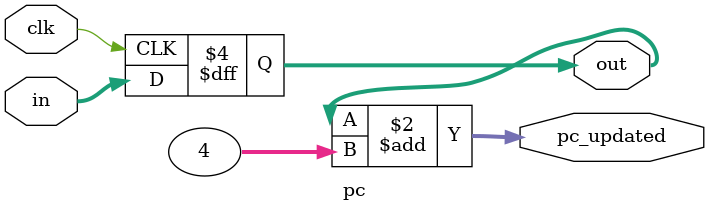
<source format=v>
module pc #(parameter AWIDTH =32, DWIDTH = 32)(

	//GLOBAL INPUTS
	input clk,

	//INPUTS TO THE PROGRAM COUNTER
	input [DWIDTH-1:0] in,

	//OUTPUTS FROM THE PROGRAM COUNTER
	output reg [DWIDTH-1:0] out,
	output [AWIDTH-1:0] pc_updated 
);
	initial begin
		out = 0;
	end

	always @ (posedge clk) begin
		out <= in;
	end

	assign pc_updated = out + 4;

endmodule

</source>
